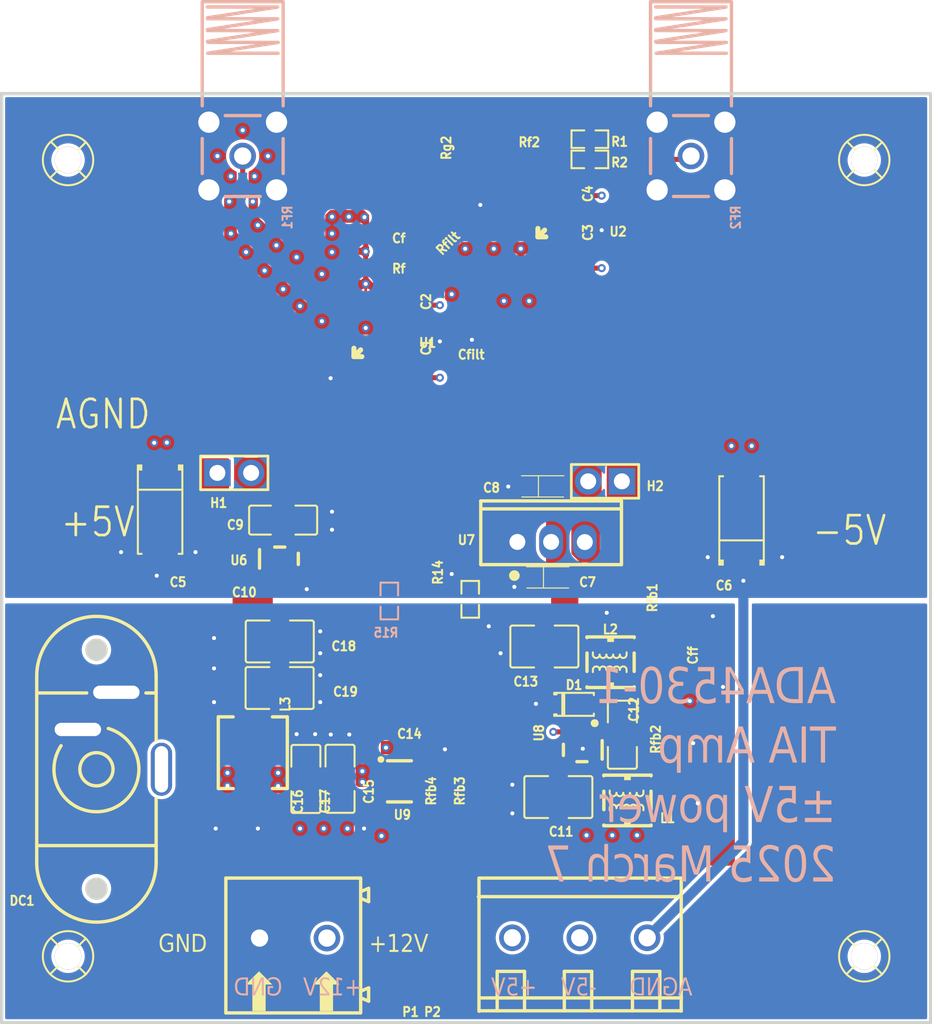
<source format=kicad_pcb>
(kicad_pcb (version 20241229) (generator "pcbnew") (generator_version "9.0")
  (layers (0 "F.Cu" signal "Top Layer") (4 "In1.Cu" signal "Inner1") (6 "In2.Cu" signal "Inner2") (2 "B.Cu" signal "Bottom Layer") (13 "F.Paste" user "Top Paste Mask Layer") (15 "B.Paste" user "Bottom Paste Mask Layer") (5 "F.SilkS" user "Top Silkscreen Layer") (7 "B.SilkS" user "Bottom Silkscreen Layer") (1 "F.Mask" user "Top Solder Mask Layer") (3 "B.Mask" user "Bottom Solder Mask Layer") (25 "Edge.Cuts" user "Multi-Layer"))
  (net 0 "")
  (net 1 "-5V")
  (net 2 "AGND")
  (net 3 "+5V")
  (net 4 "-6V")
  (net 5 "-5VOUT")
  (net 6 "+5VOUT")
  (net 7 "+6.5V")
  (net 8 "+12V")
  (net 9 "GND")
  (net 10 "$1N3853")
  (net 11 "$1N3691")
  (net 12 "$1N5017")
  (net 13 "$1N5032")
  (net 14 "IN-")
  (net 15 "$1N1239")
  (net 16 "$1N3697")
  (net 17 "$1N1441")
  (net 18 "$1N1693")
  (net 19 "$1N1504")
  (net 20 "$1N1510")
  (net 21 "$1N5055")
  (net 22 "GRD1")
  (net 23 "GRD2")
  (footprint "ADA4530_20-easyedapro:C0603" (layer "F.Cu") (at 161.853 113.856 90)
    (property "Reference" "Cff")
    (property "Value" "")
  )
  (footprint "ADA4530_20-easyedapro:R0805" (layer "F.Cu") (at 143.401 121.689 -90)
    (property "Reference" "Rfb4")
    (property "Value" "")
  )
  (footprint "ADA4530_20-easyedapro:HDR-TH_2P-P2.54-V-M" (layer "F.Cu") (at 127.526 98.575)
    (property "Reference" "H1")
    (property "Value" "")
  )
  (footprint "ADA4530_20-easyedapro:C1210" (layer "F.Cu") (at 130.943 114.784 180)
    (property "Reference" "C19")
    (property "Value" "")
  )
  (footprint "ADA4530_20-easyedapro:C0603" (layer "F.Cu") (at 153.942 82.446 90)
    (property "Reference" "C3")
    (property "Value" "")
  )
  (footprint "ADA4530_20-easyedapro:C0603" (layer "F.Cu") (at 141.75 90.701 -90)
    (property "Reference" "C1")
    (property "Value" "")
  )
  (footprint "ADA4530_20-easyedapro:C1210" (layer "F.Cu") (at 151.947 123)
    (property "Reference" "C11")
    (property "Value" "")
  )
  (footprint "ADA4530_20-easyedapro:C1206" (layer "F.Cu") (at 131.209 102.131 180)
    (property "Reference" "C9")
    (property "Value" "")
  )
  (footprint "ADA4530_20-easyedapro:M2螺丝" (layer "F.Cu") (at 115 135)
    (property "Reference" "SCREW2" (hide yes))
    (property "Value" "")
  )
  (footprint "ADA4530_20-easyedapro:C1206" (layer "F.Cu") (at 156.773 118.301 90)
    (property "Reference" "C12")
    (property "Value" "")
  )
  (footprint "ADA4530_20-easyedapro:C0603" (layer "F.Cu") (at 153.942 78.382 90)
    (property "Reference" "C4")
    (property "Value" "")
  )
  (footprint "ADA4530_20-easyedapro:HDR-TH_2P-P2.54-V-M" (layer "F.Cu") (at 155.466 99.21 180)
    (property "Reference" "H2")
    (property "Value" "")
  )
  (footprint "ADA4530_20-easyedapro:C0603" (layer "F.Cu") (at 141.75 86.637 90)
    (property "Reference" "C2")
    (property "Value" "")
  )
  (footprint "ADA4530_20-easyedapro:R0805" (layer "F.Cu") (at 160.1955 113.7695 90)
    (property "Reference" "Rfb1")
    (property "Value" "")
  )
  (footprint "ADA4530_20-easyedapro:R0805" (layer "F.Cu") (at 137.432 83.081 180)
    (property "Reference" "Rf")
    (property "Value" "")
  )
  (footprint "ADA4530_20-easyedapro:DC-IN-TH_DC-018" (layer "F.Cu") (at 118.89 118.006 180)
    (property "Reference" "DC1")
    (property "Value" "")
    (fp_poly (pts (xy 2.595907 6.016685) (xy 2.563399 5.853258) (xy 2.499633 5.699313) (xy 2.407059 5.560766) (xy 2.289234 5.442941) (xy 2.150687 5.350367) (xy 1.996742 5.286601) (xy 1.833315 5.254093) (xy 1.666685 5.254093) (xy 1.503258 5.286601) (xy 1.349313 5.350367) (xy 1.210766 5.442941) (xy 1.092941 5.560766) (xy 1.000367 5.699313) (xy 0.936601 5.853258) (xy 0.904093 6.016685) (xy 0.904093 6.183315) (xy 0.936601 6.346742) (xy 1.000367 6.500687) (xy 1.092941 6.639234) (xy 1.210766 6.757059) (xy 1.349313 6.849633) (xy 1.503258 6.913399) (xy 1.666685 6.945907) (xy 1.833315 6.945907) (xy 1.996742 6.913399) (xy 2.150687 6.849633) (xy 2.289234 6.757059) (xy 2.407059 6.639234) (xy 2.499633 6.500687) (xy 2.563399 6.346742) (xy 2.595907 6.183315)) (fill yes) (layer "Edge.Cuts"))
    (fp_poly (pts (xy 2.595907 -11.983315) (xy 2.563399 -12.146742) (xy 2.499633 -12.300687) (xy 2.407059 -12.439234) (xy 2.289234 -12.557059) (xy 2.150687 -12.649633) (xy 1.996742 -12.713399) (xy 1.833315 -12.745907) (xy 1.666685 -12.745907) (xy 1.503258 -12.713399) (xy 1.349313 -12.649633) (xy 1.210766 -12.557059) (xy 1.092941 -12.439234) (xy 1.000367 -12.300687) (xy 0.936601 -12.146742) (xy 0.904093 -11.983315) (xy 0.904093 -11.816685) (xy 0.936601 -11.653258) (xy 1.000367 -11.499313) (xy 1.092941 -11.360766) (xy 1.210766 -11.242941) (xy 1.349313 -11.150367) (xy 1.503258 -11.086601) (xy 1.666685 -11.054093) (xy 1.833315 -11.054093) (xy 1.996742 -11.086601) (xy 2.150687 -11.150367) (xy 2.289234 -11.242941) (xy 2.407059 -11.360766) (xy 2.499633 -11.499313) (xy 2.563399 -11.653258) (xy 2.595907 -11.816685)) (fill yes) (layer "Edge.Cuts"))
  )
  (footprint "ADA4530_20-easyedapro:C0603" (layer "F.Cu") (at 130.574 107.338 180)
    (property "Reference" "C10")
    (property "Value" "")
  )
  (footprint "ADA4530_20-easyedapro:IND-SMD_L5.4-W5.2_FXL0530" (layer "F.Cu") (at 128.923 119.657 -90)
    (property "Reference" "L3")
    (property "Value" "")
  )
  (footprint "ADA4530_20-easyedapro:IND-SMD_4P-L3.8-W3.5_BL" (layer "F.Cu") (at 157.154 123.254 90)
    (property "Reference" "L1")
    (property "Value" "")
  )
  (footprint "ADA4530_20-easyedapro:CASE-A_3216" (layer "F.Cu") (at 150.767 99.591)
    (property "Reference" "C8")
    (property "Value" "")
  )
  (footprint "ADA4530_20-easyedapro:IND-SMD_4P-L3.8-W3.5_BL" (layer "F.Cu") (at 155.884 112.84 90)
    (property "Reference" "L2")
    (property "Value" "")
  )
  (footprint "ADA4530_20-easyedapro:SOT-23-6_L2.9-W1.6-P0.95-LS2.8-BR" (layer "F.Cu") (at 139.972 121.816 180)
    (property "Reference" "U9")
    (property "Value" "")
  )
  (footprint "ADA4530_20-easyedapro:C1210" (layer "F.Cu") (at 130.955 111.275 180)
    (property "Reference" "C18")
    (property "Value" "")
  )
  (footprint "ADA4530_20-easyedapro:TO-220-3_L10.0-W4.5-P2.54-L" (layer "F.Cu") (at 151.402 103.782)
    (property "Reference" "U7")
    (property "Value" "")
  )
  (footprint "ADA4530_20-easyedapro:R0603" (layer "F.Cu") (at 154.323 73.429)
    (property "Reference" "R1")
    (property "Value" "")
  )
  (footprint "ADA4530_20-easyedapro:CONN-TH_2P-P5.00_WJ500V-5.08-2P" (layer "F.Cu") (at 131.971 133.627 180)
    (property "Reference" "P1")
    (property "Value" "")
  )
  (footprint "ADA4530_20-easyedapro:C1206" (layer "F.Cu") (at 135.497 121.6235 90)
    (property "Reference" "C17")
    (property "Value" "")
  )
  (footprint "ADA4530_20-easyedapro:R0805" (layer "F.Cu") (at 145.433 86.129 90)
    (property "Reference" "Cfilt")
    (property "Value" "")
  )
  (footprint "ADA4530_20-easyedapro:C1206" (layer "F.Cu") (at 132.9215 121.6355 90)
    (property "Reference" "C16")
    (property "Value" "")
  )
  (footprint "ADA4530_20-easyedapro:M2螺丝" (layer "F.Cu") (at 175 135)
    (property "Reference" "SCREW3" (hide yes))
    (property "Value" "")
  )
  (footprint "ADA4530_20-easyedapro:CAP-SMD_L6.0-W3.2-R-RD" (layer "F.Cu") (at 121.938 101.496 90)
    (property "Reference" "C5")
    (property "Value" "")
  )
  (footprint "ADA4530_20-easyedapro:SOT-23-5_L2.9-W1.6-P0.95-LS2.8-BL" (layer "F.Cu") (at 130.955 105.052)
    (property "Reference" "U6")
    (property "Value" "")
  )
  (footprint "ADA4530_20-easyedapro:CAP-SMD_L6.0-W3.2-R-RD" (layer "F.Cu") (at 165.753 102.004 -90)
    (property "Reference" "C6")
    (property "Value" "")
  )
  (footprint "ADA4530_20-easyedapro:M2螺丝" (layer "F.Cu") (at 175 75)
    (property "Reference" "SCREW4" (hide yes))
    (property "Value" "")
  )
  (footprint "ADA4530_20-easyedapro:R0805" (layer "F.Cu") (at 160.202 117.666 90)
    (property "Reference" "Rfb2")
    (property "Value" "")
  )
  (footprint "ADA4530_20-easyedapro:C1210" (layer "F.Cu") (at 150.894 111.656)
    (property "Reference" "C13")
    (property "Value" "")
  )
  (footprint "ADA4530_20-easyedapro:R0603" (layer "F.Cu") (at 154.323 74.953 180)
    (property "Reference" "R2")
    (property "Value" "")
  )
  (footprint "ADA4530_20-easyedapro:R0805" (layer "F.Cu") (at 146.068 75.969 -90)
    (property "Reference" "Rg2")
    (property "Value" "")
  )
  (footprint "ADA4530_20-easyedapro:SOIC-8_L4.9-W3.9-P1.27-LS6.0-BL" (layer "F.Cu") (at 138.067 88.669)
    (property "Reference" "U1")
    (property "Value" "")
  )
  (footprint "ADA4530_20-easyedapro:R0805" (layer "F.Cu") (at 137.432 80.668 180)
    (property "Reference" "Cf")
    (property "Value" "")
  )
  (footprint "ADA4530_20-easyedapro:R0603" (layer "F.Cu") (at 145.306 108.1 -90)
    (property "Reference" "R14")
    (property "Value" "")
  )
  (footprint "ADA4530_20-easyedapro:C0603" (layer "F.Cu") (at 140.607 119.276 180)
    (property "Reference" "C14")
    (property "Value" "")
  )
  (footprint "ADA4530_20-easyedapro:CONN-TH_3P-P5.00_WJ500V-5.08-3P" (layer "F.Cu") (at 153.561 133.6045)
    (property "Reference" "P2")
    (property "Value" "")
  )
  (footprint "ADA4530_20-easyedapro:C0603" (layer "F.Cu") (at 137.305 123.594 90)
    (property "Reference" "C15")
    (property "Value" "")
  )
  (footprint "ADA4530_20-easyedapro:SOT-23-5_L2.9-W1.6-P0.95-LS2.8-BR" (layer "F.Cu") (at 153.725 119.444 90)
    (property "Reference" "U8")
    (property "Value" "")
  )
  (footprint "ADA4530_20-easyedapro:CASE-A_3216" (layer "F.Cu") (at 151.148 106.449)
    (property "Reference" "C7")
    (property "Value" "")
  )
  (footprint "ADA4530_20-easyedapro:M2螺丝" (layer "F.Cu") (at 115 75)
    (property "Reference" "SCREW1" (hide yes))
    (property "Value" "")
  )
  (footprint "ADA4530_20-easyedapro:R0805" (layer "F.Cu") (at 149.751 74.953 180)
    (property "Reference" "Rf2")
    (property "Value" "")
  )
  (footprint "ADA4530_20-easyedapro:R0805" (layer "F.Cu") (at 145.433 121.689 90)
    (property "Reference" "Rfb3")
    (property "Value" "")
  )
  (footprint "ADA4530_20-easyedapro:SOD-123_L2.8-W1.8-LS3.7-RD" (layer "F.Cu") (at 153.217 116.015)
    (property "Reference" "D1")
    (property "Value" "")
  )
  (footprint "ADA4530_20-easyedapro:R0805" (layer "F.Cu") (at 144.417 83.208 180)
    (property "Reference" "Rfilt")
    (property "Value" "")
  )
  (footprint "ADA4530_20-easyedapro:SOIC-8_L4.9-W3.9-P1.27-LS6.0-BL" (layer "F.Cu") (at 150.352 80.472)
    (property "Reference" "U2")
    (property "Value" "")
  )
  (footprint "ADA4530_20-easyedapro:R0603" (layer "B.Cu") (at 139.21 108.227 -90)
    (property "Reference" "R15")
    (property "Value" "")
  )
  (footprint "ADA4530_20-easyedapro:SMA-TH_BWSMA-KWE-Z001" (layer "B.Cu") (at 128.161 74.699 90)
    (property "Reference" "RF1")
    (property "Value" "")
  )
  (footprint "ADA4530_20-easyedapro:SMA-TH_BWSMA-KWE-Z001" (layer "B.Cu") (at 161.943 74.699 90)
    (property "Reference" "RF2")
    (property "Value" "")
  )
  (gr_rect (start 122.192 71.143) (end 168.293 94.257) (stroke (width 1.27)) (fill no) (layer "F.Cu") (net 2))
  (gr_line (start 136.543 89.812) (end 136.543 89.1805) (stroke (width 0.381)) (layer "F.SilkS"))
  (gr_line (start 137.051 89.304) (end 136.543 89.812) (stroke (width 0.381)) (layer "F.SilkS"))
  (gr_line (start 150.9155 80.28) (end 150.4075 80.788) (stroke (width 0.381)) (layer "F.SilkS"))
  (gr_line (start 150.4075 80.788) (end 151.0075 80.788) (stroke (width 0.381)) (layer "F.SilkS"))
  (gr_line (start 136.543 89.812) (end 137.143 89.812) (stroke (width 0.381)) (layer "F.SilkS"))
  (gr_line (start 150.4075 80.788) (end 150.4075 80.156) (stroke (width 0.381)) (layer "F.SilkS"))
  (gr_rect (start 110 70) (end 180 140) (stroke (width 0.254)) (fill no) (layer "Edge.Cuts"))
  (gr_text "+5V" (at 114.318 103.528 0) (layer "F.SilkS") (effects (font (size 2.1335 1.829) (thickness 0.203)) (justify left bottom)))
  (gr_text "-5V" (at 170.96 104.163 0) (layer "F.SilkS") (effects (font (size 2.1335 1.829) (thickness 0.203)) (justify left bottom)))
  (gr_text "AGND" (at 113.937 95.4 0) (layer "F.SilkS") (effects (font (size 2.1335 1.829) (thickness 0.203)) (justify left bottom)))
  (gr_text "GND" (at 121.811 134.894 -360) (layer "F.SilkS") (effects (font (size 1.3335 1.143) (thickness 0.254)) (justify left bottom)))
  (gr_text "+12V" (at 137.686 134.897 -360) (layer "F.SilkS") (effects (font (size 1.3335 1.143) (thickness 0.254)) (justify left bottom)))
  (gr_text "GND" (at 131.1515 138.1755 360) (layer "B.SilkS") (effects (font (size 1.3335 1.143) (thickness 0.254)) (justify left bottom mirror)))
  (gr_text "+5V" (at 150.325 138.1785 360) (layer "B.SilkS") (effects (font (size 1.3335 1.143) (thickness 0.254)) (justify left bottom mirror)))
  (gr_text "ADA4530-1\nTIA Amp\n±5V power\n2025 March 7" (at 172.865 129.817 360) (layer "B.SilkS") (effects (font (size 2.667 2.286) (thickness 0.254)) (justify left bottom mirror)))
  (gr_text "AGND" (at 162.0525 138.1755 360) (layer "B.SilkS") (effects (font (size 1.3335 1.143) (thickness 0.254)) (justify left bottom mirror)))
  (gr_text "+12V" (at 137.178 138.1785 360) (layer "B.SilkS") (effects (font (size 1.3335 1.143) (thickness 0.254)) (justify left bottom mirror)))
  (gr_text "-5V" (at 154.831 138.1755 360) (layer "B.SilkS") (effects (font (size 1.3335 1.143) (thickness 0.254)) (justify left bottom mirror)))
  (segment (start 141.75 91.401) (end 141.7095 91.4415) (width 0.381) (layer "F.Cu") (net 1))
  (segment (start 153.942 83.146) (end 152.3555 83.146) (width 0.381) (layer "F.Cu") (net 1))
  (segment (start 153.942 83.146) (end 155.212 83.146) (width 0.381) (layer "F.Cu") (net 1))
  (segment (start 141.7095 91.4415) (end 139.972 91.4415) (width 0.381) (layer "F.Cu") (net 1))
  (segment (start 152.3555 83.146) (end 152.257 83.2445) (width 0.381) (layer "F.Cu") (net 1))
  (segment (start 141.75 91.401) (end 143.02 91.401) (width 0.381) (layer "F.Cu") (net 1))
  (via (at 143.02 91.401) (size 0.61) (drill 0.305) (layers "F.Cu" "B.Cu") (net 1))
  (via (at 164.991 96.543) (size 0.61) (drill 0.305) (layers "F.Cu" "B.Cu") (net 1))
  (via (at 155.212 83.146) (size 0.61) (drill 0.305) (layers "F.Cu" "B.Cu") (net 1))
  (via (at 166.515 96.543) (size 0.61) (drill 0.305) (layers "F.Cu" "B.Cu") (net 1))
  (segment (start 153.942 80.359) (end 154.014 80.287) (width 0.381) (layer "F.Cu") (net 2))
  (segment (start 145.433 87.129) (end 145.433 88.542) (width 0.381) (layer "F.Cu") (net 2))
  (segment (start 141.8055 88.669) (end 143.02 88.669) (width 0.381) (layer "F.Cu") (net 2))
  (segment (start 153.942 80.359) (end 153.942 81.746) (width 0.381) (layer "F.Cu") (net 2))
  (segment (start 134.7865 91.4415) (end 134.765 91.463) (width 0.381) (layer "F.Cu") (net 2))
  (segment (start 141.75 88.7245) (end 141.8055 88.669) (width 0.381) (layer "F.Cu") (net 2))
  (segment (start 141.75 87.337) (end 141.75 88.7245) (width 0.381) (layer "F.Cu") (net 2))
  (segment (start 153.942 79.082) (end 153.942 80.359) (width 0.381) (layer "F.Cu") (net 2))
  (segment (start 136.162 91.4415) (end 134.7865 91.4415) (width 0.381) (layer "F.Cu") (net 2))
  (segment (start 154.014 80.287) (end 155.212 80.287) (width 0.381) (layer "F.Cu") (net 2))
  (segment (start 146.068 76.969) (end 146.068 78.382) (width 0.381) (layer "F.Cu") (net 2))
  (segment (start 141.75 88.7245) (end 141.75 90.001) (width 0.381) (layer "F.Cu") (net 2))
  (via (at 134.892 102.8565) (size 0.61) (drill 0.305) (layers "F.Cu" "B.Cu") (net 2))
  (via (at 145.433 88.542) (size 0.61) (drill 0.305) (layers "F.Cu" "B.Cu") (net 2))
  (via (at 146.068 78.382) (size 0.61) (drill 0.305) (layers "F.Cu" "B.Cu") (net 2))
  (via (at 143.909 106.195) (size 0.61) (drill 0.305) (layers "F.Cu" "B.Cu") (net 2))
  (via (at 163.2025 104.925) (size 0.61) (drill 0.305) (layers "F.Cu" "B.Cu") (net 2))
  (via (at 168.8115 104.925) (size 0.61) (drill 0.305) (layers "F.Cu" "B.Cu") (net 2))
  (via (at 143.02 88.669) (size 0.61) (drill 0.305) (layers "F.Cu" "B.Cu") (net 2))
  (via (at 118.996 104.544) (size 0.61) (drill 0.305) (layers "F.Cu" "B.Cu") (net 2))
  (via (at 155.212 80.287) (size 0.61) (drill 0.305) (layers "F.Cu" "B.Cu") (net 2))
  (via (at 134.892 101.496) (size 0.61) (drill 0.305) (layers "F.Cu" "B.Cu") (net 2))
  (via (at 121.684 106.322) (size 0.61) (drill 0.305) (layers "F.Cu" "B.Cu") (net 2))
  (via (at 134.7865 91.4415) (size 0.61) (drill 0.305) (layers "F.Cu" "B.Cu") (net 2))
  (via (at 148.633 107.1645) (size 0.61) (drill 0.305) (layers "F.Cu" "B.Cu") (net 2))
  (via (at 124.605 104.544) (size 0.61) (drill 0.305) (layers "F.Cu" "B.Cu") (net 2))
  (via (at 165.8905 106.703) (size 0.61) (drill 0.305) (layers "F.Cu" "B.Cu") (net 2))
  (via (at 148.173 99.6025) (size 0.61) (drill 0.305) (layers "F.Cu" "B.Cu") (net 2))
  (via (at 132.987 107.338) (size 0.61) (drill 0.305) (layers "F.Cu" "B.Cu") (net 2))
  (segment (start 165.8905 126.355) (end 165.8905 106.703) (width 0.762) (layer "B.Cu") (net 2))
  (segment (start 158.641 133.6045) (end 165.8905 126.355) (width 0.762) (layer "B.Cu") (net 2))
  (segment (start 141.75 85.937) (end 140.0125 85.937) (width 0.381) (layer "F.Cu") (net 3))
  (segment (start 153.942 77.682) (end 153.9245 77.6995) (width 0.381) (layer "F.Cu") (net 3))
  (segment (start 153.942 77.682) (end 155.212 77.682) (width 0.381) (layer "F.Cu") (net 3))
  (segment (start 141.75 85.937) (end 143.02 85.937) (width 0.381) (layer "F.Cu") (net 3))
  (segment (start 153.9245 77.6995) (end 152.257 77.6995) (width 0.381) (layer "F.Cu") (net 3))
  (segment (start 140.0125 85.937) (end 139.972 85.8965) (width 0.381) (layer "F.Cu") (net 3))
  (via (at 122.446 96.289) (size 0.61) (drill 0.305) (layers "F.Cu" "B.Cu") (net 3))
  (via (at 121.4935 96.305) (size 0.61) (drill 0.305) (layers "F.Cu" "B.Cu") (net 3))
  (via (at 143.02 85.937) (size 0.61) (drill 0.305) (layers "F.Cu" "B.Cu") (net 3))
  (via (at 155.212 77.682) (size 0.61) (drill 0.305) (layers "F.Cu" "B.Cu") (net 3))
  (segment (start 130.447 105.052) (end 131.463 105.052) (width 0.381) (layer "F.Cu") (net 7))
  (segment (start 142.639 108.608) (end 145.433 111.402) (width 0.381) (layer "F.Cu") (net 7))
  (segment (start 131.905 105.494) (end 131.905 106.152) (width 0.381) (layer "F.Cu") (net 7))
  (segment (start 130.066 106.091) (end 130.066 105.433) (width 0.381) (layer "F.Cu") (net 7))
  (segment (start 130.066 105.433) (end 130.447 105.052) (width 0.381) (layer "F.Cu") (net 7))
  (segment (start 129.812 108.608) (end 142.639 108.608) (width 0.381) (layer "F.Cu") (net 7))
  (segment (start 131.463 105.052) (end 131.905 105.494) (width 0.381) (layer "F.Cu") (net 7))
  (segment (start 145.433 111.402) (end 145.433 120.689) (width 0.381) (layer "F.Cu") (net 7))
  (segment (start 130.005 106.152) (end 130.066 106.091) (width 0.381) (layer "F.Cu") (net 7))
  (segment (start 140.353 121.816) (end 141.322 121.816) (width 0.381) (layer "F.Cu") (net 8))
  (segment (start 138.622 122.766) (end 139.403 122.766) (width 0.381) (layer "F.Cu") (net 8))
  (segment (start 139.403 122.766) (end 140.353 121.816) (width 0.381) (layer "F.Cu") (net 8))
  (via (at 156.0135 125.88) (size 0.61) (drill 0.305) (layers "F.Cu" "B.Cu") (net 8))
  (via (at 134.2675 125.372) (size 0.61) (drill 0.305) (layers "F.Cu" "B.Cu") (net 8))
  (via (at 154.069 125.88) (size 0.61) (drill 0.305) (layers "F.Cu" "B.Cu") (net 8))
  (via (at 157.879 125.88) (size 0.61) (drill 0.305) (layers "F.Cu" "B.Cu") (net 8))
  (via (at 132.479 125.372) (size 0.61) (drill 0.305) (layers "F.Cu" "B.Cu") (net 8))
  (via (at 138.622 125.931) (size 0.61) (drill 0.305) (layers "F.Cu" "B.Cu") (net 8))
  (via (at 136.0575 125.372) (size 0.61) (drill 0.305) (layers "F.Cu" "B.Cu") (net 8))
  (segment (start 132.225 119.346) (end 132.225 118.26) (width 0.381) (layer "F.Cu") (net 9))
  (segment (start 132.9215 120.0425) (end 132.225 119.346) (width 0.381) (layer "F.Cu") (net 9))
  (segment (start 143.401 120.689) (end 143.401 119.403) (width 0.381) (layer "F.Cu") (net 9))
  (segment (start 137.305 124.294) (end 137.305 125.372) (width 0.381) (layer "F.Cu") (net 9))
  (segment (start 134.7985 119.2485) (end 135.495 119.945) (width 0.381) (layer "F.Cu") (net 9))
  (segment (start 133.622 119.342) (end 133.622 118.26) (width 0.381) (layer "F.Cu") (net 9))
  (segment (start 134.7985 118.2895) (end 134.7985 119.2485) (width 0.381) (layer "F.Cu") (net 9))
  (segment (start 132.9215 120.0425) (end 133.622 119.342) (width 0.381) (layer "F.Cu") (net 9))
  (segment (start 136.1955 119.2445) (end 136.1955 118.2895) (width 0.381) (layer "F.Cu") (net 9))
  (segment (start 135.495 119.945) (end 136.1955 119.2445) (width 0.381) (layer "F.Cu") (net 9))
  (via (at 129.304 125.372) (size 0.61) (drill 0.305) (layers "F.Cu" "B.Cu") (net 9))
  (via (at 163.594 109.37) (size 0.61) (drill 0.305) (layers "F.Cu" "B.Cu") (net 9))
  (via (at 164.356 114.704) (size 0.61) (drill 0.305) (layers "F.Cu" "B.Cu") (net 9))
  (via (at 148.481 124.229) (size 0.61) (drill 0.305) (layers "F.Cu" "B.Cu") (net 9))
  (via (at 155.593 109.116) (size 0.61) (drill 0.305) (layers "F.Cu" "B.Cu") (net 9))
  (via (at 137.305 125.372) (size 0.61) (drill 0.305) (layers "F.Cu" "B.Cu") (net 9))
  (via (at 162.107 118.936) (size 0.61) (drill 0.305) (layers "F.Cu" "B.Cu") (net 9))
  (via (at 126.002 113.307) (size 0.61) (drill 0.305) (layers "F.Cu" "B.Cu") (net 9))
  (via (at 126.002 115.847) (size 0.61) (drill 0.305) (layers "F.Cu" "B.Cu") (net 9))
  (via (at 148.481 122.07) (size 0.61) (drill 0.305) (layers "F.Cu" "B.Cu") (net 9))
  (via (at 126.129 125.372) (size 0.61) (drill 0.305) (layers "F.Cu" "B.Cu") (net 9))
  (via (at 134.003 113.815) (size 0.61) (drill 0.305) (layers "F.Cu" "B.Cu") (net 9))
  (via (at 126.002 111.021) (size 0.61) (drill 0.305) (layers "F.Cu" "B.Cu") (net 9))
  (via (at 134.7985 118.2895) (size 0.61) (drill 0.305) (layers "F.Cu" "B.Cu") (net 9))
  (via (at 134.003 110.513) (size 0.61) (drill 0.305) (layers "F.Cu" "B.Cu") (net 9))
  (via (at 143.401 119.403) (size 0.61) (drill 0.305) (layers "F.Cu" "B.Cu") (net 9))
  (via (at 134.003 115.847) (size 0.61) (drill 0.305) (layers "F.Cu" "B.Cu") (net 9))
  (via (at 153.7885 119.357) (size 0.61) (drill 0.305) (layers "F.Cu" "B.Cu") (net 9))
  (via (at 146.703 110.132) (size 0.61) (drill 0.305) (layers "F.Cu" "B.Cu") (net 9))
  (via (at 132.225 118.26) (size 0.61) (drill 0.305) (layers "F.Cu" "B.Cu") (net 9))
  (via (at 150.259 115.974) (size 0.61) (drill 0.305) (layers "F.Cu" "B.Cu") (net 9))
  (via (at 147.592 112.164) (size 0.61) (drill 0.305) (layers "F.Cu" "B.Cu") (net 9))
  (via (at 162.451 123.467) (size 0.61) (drill 0.305) (layers "F.Cu" "B.Cu") (net 9))
  (via (at 136.1955 118.2895) (size 0.61) (drill 0.305) (layers "F.Cu" "B.Cu") (net 9))
  (via (at 134.003 112.164) (size 0.61) (drill 0.305) (layers "F.Cu" "B.Cu") (net 9))
  (via (at 133.622 118.26) (size 0.61) (drill 0.305) (layers "F.Cu" "B.Cu") (net 9))
  (via (at 137.178 121.8635) (size 0.61) (drill 0.305) (layers "F.Cu" "B.Cu") (net 12))
  (via (at 127.018 121.181) (size 0.61) (drill 0.305) (layers "F.Cu" "B.Cu") (net 12))
  (via (at 137.178 121.054) (size 0.61) (drill 0.305) (layers "F.Cu" "B.Cu") (net 12))
  (via (at 138.956 119.276) (size 0.61) (drill 0.305) (layers "F.Cu" "B.Cu") (net 12))
  (via (at 127.018 122.152) (size 0.61) (drill 0.305) (layers "F.Cu" "B.Cu") (net 12))
  (via (at 130.828 122.17) (size 0.61) (drill 0.305) (layers "F.Cu" "B.Cu") (net 12))
  (via (at 130.828 121.181) (size 0.61) (drill 0.305) (layers "F.Cu" "B.Cu") (net 12))
  (segment (start 141.307 119.276) (end 141.322 119.291) (width 0.381) (layer "F.Cu") (net 13))
  (segment (start 141.322 119.291) (end 141.322 120.866) (width 0.381) (layer "F.Cu") (net 13))
  (segment (start 136.162 85.8965) (end 136.162 83.351) (width 0.381) (layer "F.Cu") (net 14))
  (segment (start 133.749 85.8965) (end 128.161 80.3085) (width 0.381) (layer "F.Cu") (net 14))
  (segment (start 136.432 80.668) (end 136.432 83.081) (width 0.381) (layer "F.Cu") (net 14))
  (segment (start 128.161 80.3085) (end 128.161 74.699) (width 0.381) (layer "F.Cu") (net 14))
  (segment (start 136.162 85.8965) (end 133.749 85.8965) (width 0.381) (layer "F.Cu") (net 14))
  (segment (start 136.162 83.351) (end 136.432 83.081) (width 0.381) (layer "F.Cu") (net 14))
  (segment (start 138.702 83.351) (end 138.432 83.081) (width 0.381) (layer "F.Cu") (net 15))
  (segment (start 138.702 85.8965) (end 138.702 83.351) (width 0.381) (layer "F.Cu") (net 15))
  (segment (start 138.432 80.668) (end 138.432 83.081) (width 0.381) (layer "F.Cu") (net 15))
  (segment (start 138.432 83.081) (end 143.29 83.081) (width 0.381) (layer "F.Cu") (net 15))
  (segment (start 143.29 83.081) (end 143.417 83.208) (width 0.381) (layer "F.Cu") (net 15))
  (segment (start 152.521 118.09) (end 151.566 118.09) (width 0.381) (layer "F.Cu") (net 16))
  (via (at 151.566 118.09) (size 0.61) (drill 0.305) (layers "F.Cu" "B.Cu") (net 16))
  (via (at 161.853 115.761) (size 0.61) (drill 0.305) (layers "F.Cu" "B.Cu") (net 16))
  (segment (start 148.4105 83.208) (end 148.447 83.2445) (width 0.381) (layer "F.Cu") (net 17))
  (segment (start 145.4245 83.208) (end 148.4105 83.208) (width 0.381) (layer "F.Cu") (net 17))
  (segment (start 145.4245 83.208) (end 145.433 83.2165) (width 0.381) (layer "F.Cu") (net 17))
  (segment (start 145.433 83.2165) (end 145.433 84.54) (width 0.381) (layer "F.Cu") (net 17))
  (segment (start 155.0765 73.429) (end 155.0765 74.953) (width 0.381) (layer "F.Cu") (net 18))
  (segment (start 155.0765 74.953) (end 161.689 74.953) (width 0.381) (layer "F.Cu") (net 18))
  (segment (start 161.689 74.953) (end 161.943 74.699) (width 0.381) (layer "F.Cu") (net 18))
  (segment (start 151.021 75.223) (end 150.751 74.953) (width 0.381) (layer "F.Cu") (net 19))
  (segment (start 150.987 77.6995) (end 151.021 77.6655) (width 0.381) (layer "F.Cu") (net 19))
  (segment (start 151.021 77.6655) (end 151.021 75.223) (width 0.381) (layer "F.Cu") (net 19))
  (segment (start 150.751 74.953) (end 153.5695 74.953) (width 0.381) (layer "F.Cu") (net 19))
  (segment (start 153.5695 74.953) (end 153.5695 73.429) (width 0.381) (layer "F.Cu") (net 19))
  (segment (start 148.751 74.953) (end 146.084 74.953) (width 0.381) (layer "F.Cu") (net 20))
  (segment (start 148.447 75.257) (end 148.751 74.953) (width 0.381) (layer "F.Cu") (net 20))
  (segment (start 146.084 74.953) (end 146.068 74.969) (width 0.381) (layer "F.Cu") (net 20))
  (segment (start 148.447 77.6995) (end 148.447 75.257) (width 0.381) (layer "F.Cu") (net 20))
  (segment (start 141.322 122.766) (end 143.324 122.766) (width 0.381) (layer "F.Cu") (net 21))
  (segment (start 143.401 122.689) (end 145.433 122.689) (width 0.381) (layer "F.Cu") (net 21))
  (segment (start 143.324 122.766) (end 143.401 122.689) (width 0.381) (layer "F.Cu") (net 21))
  (via (at 136.162 79.271) (size 0.61) (drill 0.305) (layers "F.Cu" "B.Cu") (net 22))
  (via (at 134.13 83.589) (size 0.61) (drill 0.305) (layers "F.Cu" "B.Cu") (net 22))
  (via (at 129.304 79.906) (size 0.61) (drill 0.305) (layers "F.Cu" "B.Cu") (net 22))
  (via (at 129.05 76.223) (size 0.61) (drill 0.305) (layers "F.Cu" "B.Cu") (net 22))
  (via (at 137.337 79.303) (size 0.61) (drill 0.305) (layers "F.Cu" "B.Cu") (net 22))
  (via (at 137.432 87.653) (size 0.61) (drill 0.305) (layers "F.Cu" "B.Cu") (net 22))
  (via (at 132.479 86.002) (size 0.61) (drill 0.305) (layers "F.Cu" "B.Cu") (net 22))
  (via (at 134.892 80.541) (size 0.61) (drill 0.305) (layers "F.Cu" "B.Cu") (net 22))
  (via (at 127.145 78.128) (size 0.61) (drill 0.305) (layers "F.Cu" "B.Cu") (net 22))
  (via (at 134.892 79.271) (size 0.61) (drill 0.305) (layers "F.Cu" "B.Cu") (net 22))
  (via (at 134.892 81.938) (size 0.61) (drill 0.305) (layers "F.Cu" "B.Cu") (net 22))
  (via (at 137.432 81.894) (size 0.61) (drill 0.305) (layers "F.Cu" "B.Cu") (net 22))
  (via (at 134.13 87.145) (size 0.61) (drill 0.305) (layers "F.Cu" "B.Cu") (net 22))
  (via (at 132.225 82.319) (size 0.61) (drill 0.305) (layers "F.Cu" "B.Cu") (net 22))
  (via (at 137.432 84.3335) (size 0.61) (drill 0.305) (layers "F.Cu" "B.Cu") (net 22))
  (via (at 129.812 83.335) (size 0.61) (drill 0.305) (layers "F.Cu" "B.Cu") (net 22))
  (via (at 127.272 76.223) (size 0.61) (drill 0.305) (layers "F.Cu" "B.Cu") (net 22))
  (via (at 130.701 81.43) (size 0.61) (drill 0.305) (layers "F.Cu" "B.Cu") (net 22))
  (via (at 127.272 80.541) (size 0.61) (drill 0.305) (layers "F.Cu" "B.Cu") (net 22))
  (via (at 128.415 81.938) (size 0.61) (drill 0.305) (layers "F.Cu" "B.Cu") (net 22))
  (via (at 128.923 78.128) (size 0.61) (drill 0.305) (layers "F.Cu" "B.Cu") (net 22))
  (via (at 131.209 84.732) (size 0.61) (drill 0.305) (layers "F.Cu" "B.Cu") (net 22))
  (via (at 126.256 74.699) (size 0.61) (drill 0.305) (layers "F.Cu" "B.Cu") (net 22))
  (via (at 128.161 72.758) (size 0.61) (drill 0.305) (layers "F.Cu" "B.Cu") (net 22))
  (via (at 130.066 74.699) (size 0.61) (drill 0.305) (layers "F.Cu" "B.Cu") (net 22))
  (via (at 147.084 81.684) (size 0.61) (drill 0.305) (layers "F.Cu" "B.Cu") (net 23))
  (via (at 147.846 85.621) (size 0.61) (drill 0.305) (layers "F.Cu" "B.Cu") (net 23))
  (via (at 149.116 81.684) (size 0.61) (drill 0.305) (layers "F.Cu" "B.Cu") (net 23))
  (via (at 149.751 85.621) (size 0.61) (drill 0.305) (layers "F.Cu" "B.Cu") (net 23))
  (via (at 144.925 81.684) (size 0.61) (drill 0.305) (layers "F.Cu" "B.Cu") (net 23))
  (via (at 143.909 85.113) (size 0.61) (drill 0.305) (layers "F.Cu" "B.Cu") (net 23))
  (zone (net 12) (net_name "$1N5017") (layer "F.Cu") (priority 497) (connect_pads (clearance 0.1015)) (min_thickness 0.127) (fill yes (thermal_gap 0.5) (thermal_bridge_width 0.5))
    (polygon (pts (xy 138.575 118.768) (xy 140.226 118.768) (xy 140.226 119.784) (xy 138.575 119.784)))
  )
  (zone (net 12) (net_name "$1N5017") (layer "F.Cu") (priority 498) (connect_pads (clearance 0.1015)) (min_thickness 0.127) (fill yes (thermal_gap 0.5) (thermal_bridge_width 0.5))
    (polygon (pts (xy 136.67 120.5055) (xy 137.766 120.5055) (xy 137.94 120.6795) (xy 137.94 121.3335) (xy 139.2355 121.3335) (xy 139.337 121.435) (xy 139.337 122.197) (xy 139.21 122.324) (xy 136.924 122.324) (xy 136.67 122.07)))
  )
  (zone (net 2) (net_name "AGND") (layer "F.Cu") (priority 481) (connect_pads (clearance 0.1015)) (min_thickness 0.127) (fill yes (thermal_gap 0.5) (thermal_bridge_width 0.5))
    (polygon (pts (xy 116.604 89.431) (xy 122.192 89.431) (xy 122.192 92.0105) (xy 116.604 92.0105)))
  )
  (zone (net 8) (net_name "+12V") (layer "F.Cu") (priority 491) (connect_pads (clearance 0.1015)) (min_thickness 0.127) (fill yes (thermal_gap 0.5) (thermal_bridge_width 0.5))
    (polygon (pts (xy 154.995 120.079) (xy 154.995 122.873) (xy 155.376 123.254) (xy 158.923 123.254) (xy 159.4945 123.8255) (xy 159.4945 125.7395) (xy 158.678 126.556) (xy 153.344 126.556) (xy 152.328 125.54) (xy 152.328 120.46) (xy 152.709 120.079)))
  )
  (zone (net 1) (net_name "-5V") (layer "F.Cu") (priority 480) (connect_pads (clearance 0.1015)) (min_thickness 0.127) (fill yes (thermal_gap 0.5) (thermal_bridge_width 0.5))
    (polygon (pts (xy 155.593 97.686) (xy 177.056 97.686) (xy 177.056 100.861) (xy 155.593 100.861)))
  )
  (zone (net 4) (net_name "-6V") (layer "F.Cu") (priority 490) (connect_pads (clearance 0.1015)) (min_thickness 0.127) (fill yes (thermal_gap 0.5) (thermal_bridge_width 0.5))
    (polygon (pts (xy 151.67 113.089) (xy 158.912 113.089) (xy 159.3615 113.5385) (xy 162.357 113.5385) (xy 162.357 112.07) (xy 160.419 110.132) (xy 151.67 110.132)))
  )
  (zone (net 11) (net_name "$1N3691") (layer "F.Cu") (priority 492) (connect_pads (clearance 0.1015)) (min_thickness 0.127) (fill yes (thermal_gap 0.5) (thermal_bridge_width 0.5))
    (polygon (pts (xy 156.655 117.7865) (xy 159.694 120.8255) (xy 159.694 122.492) (xy 155.2665 122.492) (xy 155.2665 119.089) (xy 154.894 119.089) (xy 154.487 118.682) (xy 154.487 117.7865)))
  )
  (zone (net 7) (net_name "+6.5V") (layer "F.Cu") (priority 500) (connect_pads (clearance 0.1015)) (min_thickness 0.127) (fill yes (thermal_gap 0.5) (thermal_bridge_width 0.5))
    (polygon (pts (xy 127.399 105.6325) (xy 130.433 105.6325) (xy 130.433 118.768) (xy 127.399 118.768)))
  )
  (zone (net 9) (net_name "GND") (layer "F.Cu") (priority 488) (connect_pads (clearance 0.1015)) (min_thickness 0.127) (fill yes (thermal_gap 0.5) (thermal_bridge_width 0.5))
    (polygon (pts (xy 136.797 123.848) (xy 137.813 123.848) (xy 137.813 127.404) (xy 136.797 127.404)))
  )
  (zone (net 22) (net_name "GRD1") (layer "F.Cu") (priority 473) (connect_pads (clearance 0.1015)) (min_thickness 0.127) (fill yes (thermal_gap 0.5) (thermal_bridge_width 0.5))
    (polygon (pts (xy 127.145 76.604) (xy 129.05 76.604) (xy 129.304 76.858) (xy 129.304 79.271) (xy 131.717 81.684) (xy 134.384 81.684) (xy 134.384 79.144) (xy 134.765 78.763) (xy 137.305 78.763) (xy 137.686 79.144) (xy 137.686 83.97) (xy 138.589 84.873) (xy 138.702 84.873) (xy 138.702 87.78) (xy 138.321 88.161) (xy 133.876 88.161) (xy 126.764 81.049) (xy 126.764 76.985)))
  )
  (zone (net 5) (net_name "-5VOUT") (layer "F.Cu") (priority 485) (connect_pads (clearance 0.1015)) (min_thickness 0.127) (fill yes (thermal_gap 0.5) (thermal_bridge_width 0.5))
    (polygon (pts (xy 151.148 97.305) (xy 155.212 97.305) (xy 155.212 101.169) (xy 151.148 101.169)))
  )
  (zone (net 10) (net_name "$1N3853") (layer "F.Cu") (priority 493) (connect_pads (clearance 0.1015)) (min_thickness 0.127) (fill yes (thermal_gap 0.5) (thermal_bridge_width 0.5))
    (polygon (pts (xy 158.17 113.475) (xy 158.17 117.284) (xy 153.7885 117.284) (xy 153.7885 113.475)))
  )
  (zone (net 4) (net_name "-6V") (layer "F.Cu") (priority 489) (connect_pads (clearance 0.1015)) (min_thickness 0.127) (fill yes (thermal_gap 0.5) (thermal_bridge_width 0.5))
    (polygon (pts (xy 151.402 105.835) (xy 153.4575 105.835) (xy 153.4575 112.8915) (xy 151.402 112.8915)))
  )
  (zone (net 3) (net_name "+5V") (layer "F.Cu") (priority 482) (connect_pads (clearance 0.1015)) (min_thickness 0.127) (fill yes (thermal_gap 0.5) (thermal_bridge_width 0.5))
    (polygon (pts (xy 116.6715 97.4745) (xy 127.272 97.4745) (xy 127.272 99.796) (xy 116.6715 99.796)))
  )
  (zone (net 2) (net_name "AGND") (layer "F.Cu") (priority 495) (connect_pads (clearance 0.1015)) (min_thickness 0.127) (fill yes (thermal_gap 0.5) (thermal_bridge_width 0.5))
    (polygon (pts (xy 130.8915 98.194) (xy 150.767 98.194) (xy 150.767 107.971) (xy 130.8915 107.971)))
  )
  (zone (net 6) (net_name "+5VOUT") (layer "F.Cu") (priority 496) (connect_pads (clearance 0.1015)) (min_thickness 0.127) (fill yes (thermal_gap 0.5) (thermal_bridge_width 0.5))
    (polygon (pts (xy 127.399 97.432) (xy 130.283 97.432) (xy 130.283 104.42) (xy 127.399 104.42)))
  )
  (zone (net 22) (net_name "GRD1") (layer "F.Cu") (priority 474) (connect_pads (clearance 0.1015)) (min_thickness 0.127) (fill yes (thermal_gap 0.5) (thermal_bridge_width 0.5))
    (polygon (pts (xy 125.611 72.149) (xy 130.711 72.149) (xy 130.711 77.249) (xy 125.611 77.249)))
  )
  (zone (net 8) (net_name "+12V") (layer "F.Cu") (priority 487) (connect_pads (clearance 0.1015)) (min_thickness 0.127) (fill yes (thermal_gap 0.5) (thermal_bridge_width 0.5))
    (polygon (pts (xy 131.829 122.4805) (xy 139.337 122.4805) (xy 139.337 126.642) (xy 131.829 126.642)))
  )
  (zone (net 2) (net_name "AGND") (layer "F.Cu") (priority 476) (connect_pads (clearance 0.1015)) (min_thickness 0.127) (fill yes (thermal_gap 0.5) (thermal_bridge_width 0.5))
    (polygon (pts (xy 161.435 103.0225) (xy 170.071 103.0225) (xy 170.071 107.8485) (xy 161.435 107.8485)))
  )
  (zone (net 5) (net_name "-5VOUT") (layer "F.Cu") (priority 484) (connect_pads (clearance 0.1015)) (min_thickness 0.127) (fill yes (thermal_gap 0.5) (thermal_bridge_width 0.5))
    (polygon (pts (xy 151.148 100.353) (xy 152.926 102.131) (xy 152.926 104.671) (xy 153.561 105.306) (xy 154.45 105.306) (xy 155.085 104.671) (xy 155.085 100.48) (xy 154.831 100.226) (xy 151.275 100.226)))
  )
  (zone (net 2) (net_name "AGND") (layer "F.Cu") (priority 478) (connect_pads (clearance 0.1015)) (min_thickness 0.127) (fill yes (thermal_gap 0.5) (thermal_bridge_width 0.5))
    (polygon (pts (xy 117.366 103.02) (xy 126.002 103.02) (xy 126.002 107.846) (xy 117.366 107.846)))
  )
  (zone (net 1) (net_name "-5V") (layer "F.Cu") (priority 475) (connect_pads (clearance 0.1015)) (min_thickness 0.127) (fill yes (thermal_gap 0.5) (thermal_bridge_width 0.5))
    (polygon (pts (xy 164.077 95.4) (xy 167.531 95.4) (xy 167.531 100.679) (xy 164.077 100.679)))
  )
  (zone (net 16) (net_name "$1N3697") (layer "F.Cu") (priority 494) (connect_pads (clearance 0.1015)) (min_thickness 0.127) (fill yes (thermal_gap 0.5) (thermal_bridge_width 0.5))
    (polygon (pts (xy 162.3805 113.983) (xy 162.3805 117.317) (xy 159.285 117.317) (xy 159.285 113.983)))
  )
  (zone (net 23) (net_name "GRD2") (layer "F.Cu") (priority 479) (connect_pads (clearance 0.1015)) (min_thickness 0.127) (fill yes (thermal_gap 0.5) (thermal_bridge_width 0.5))
    (polygon (pts (xy 143.401 82.446) (xy 144.671 81.176) (xy 149.751 81.176) (xy 150.64 82.065) (xy 150.64 85.748) (xy 149.751 86.637) (xy 144.5455 86.637) (xy 143.401 85.4925)))
  )
  (zone (net 3) (net_name "+5V") (layer "F.Cu") (priority 477) (connect_pads (clearance 0.1015)) (min_thickness 0.127) (fill yes (thermal_gap 0.5) (thermal_bridge_width 0.5))
    (polygon (pts (xy 120.795 95.527) (xy 123.138 95.527) (xy 123.138 99.6515) (xy 120.795 99.6515)))
  )
  (zone (net 4) (net_name "-6V") (layer "F.Cu") (priority 483) (connect_pads (clearance 0.1015)) (min_thickness 0.127) (fill yes (thermal_gap 0.5) (thermal_bridge_width 0.5))
    (polygon (pts (xy 150.259 104.7215) (xy 150.259 102.004) (xy 150.64 101.623) (xy 152.164 101.623) (xy 152.672 102.131) (xy 152.672 104.757) (xy 153.4575 105.5425) (xy 153.4575 106.092) (xy 151.6295 106.092)))
  )
  (zone (net 9) (net_name "GND") (layer "F.Cu") (priority 486) (connect_pads (clearance 0.1015)) (min_thickness 0.127) (fill yes (thermal_gap 0.5) (thermal_bridge_width 0.5))
    (polygon (pts (xy 124.859 108.481) (xy 165.245 108.481) (xy 165.245 128.166) (xy 124.859 128.166)))
  )
  (zone (net 12) (net_name "$1N5017") (layer "F.Cu") (priority 499) (connect_pads (clearance 0.1015)) (min_thickness 0.127) (fill yes (thermal_gap 0.5) (thermal_bridge_width 0.5))
    (polygon (pts (xy 126.323 120.6955) (xy 131.59 120.6955) (xy 131.59 122.705) (xy 126.323 122.705)))
  )
  (zone (net 2) (net_name "AGND") (layer "B.Cu") (priority 500) (connect_pads (clearance 0.1015)) (min_thickness 0.127) (fill yes (thermal_gap 0.5) (thermal_bridge_width 0.5))
    (polygon (pts (xy 110 70) (xy 180 70) (xy 180 107.996) (xy 110 107.996)))
  )
  (zone (net 9) (net_name "GND") (layer "B.Cu") (priority 499) (connect_pads (clearance 0.1015)) (min_thickness 0.127) (fill yes (thermal_gap 0.5) (thermal_bridge_width 0.5))
    (polygon (pts (xy 110 108.407) (xy 180 108.407) (xy 180 140) (xy 110 140)))
  )
)
</source>
